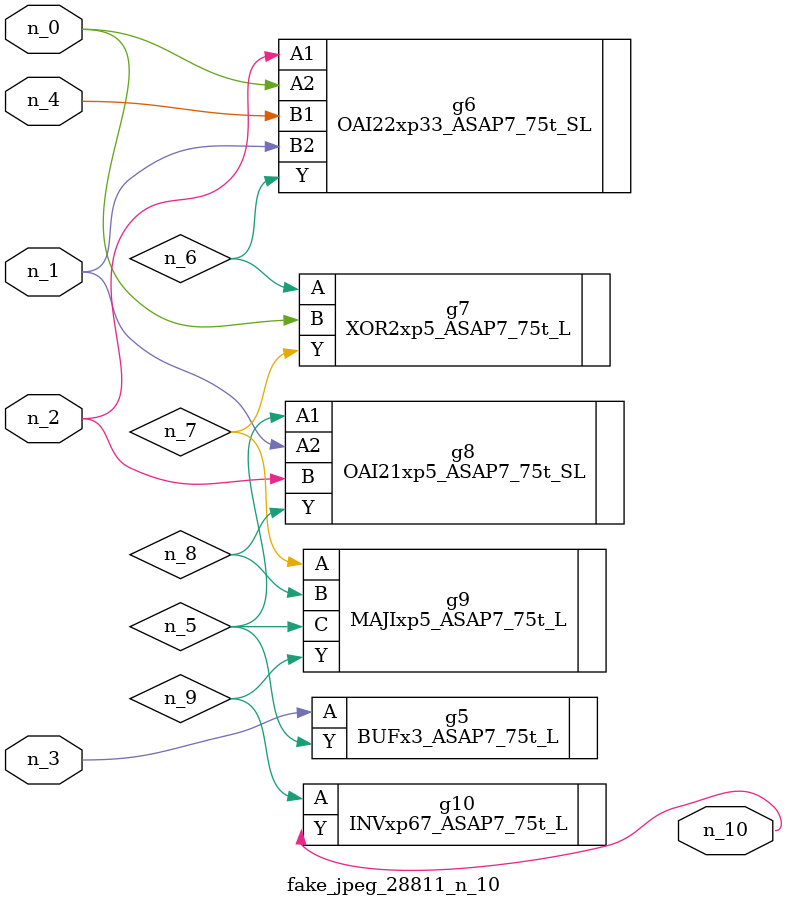
<source format=v>
module fake_jpeg_28811_n_10 (n_3, n_2, n_1, n_0, n_4, n_10);

input n_3;
input n_2;
input n_1;
input n_0;
input n_4;

output n_10;

wire n_8;
wire n_9;
wire n_6;
wire n_5;
wire n_7;

BUFx3_ASAP7_75t_L g5 ( 
.A(n_3),
.Y(n_5)
);

OAI22xp33_ASAP7_75t_SL g6 ( 
.A1(n_2),
.A2(n_0),
.B1(n_4),
.B2(n_1),
.Y(n_6)
);

XOR2xp5_ASAP7_75t_L g7 ( 
.A(n_6),
.B(n_0),
.Y(n_7)
);

MAJIxp5_ASAP7_75t_L g9 ( 
.A(n_7),
.B(n_8),
.C(n_5),
.Y(n_9)
);

OAI21xp5_ASAP7_75t_SL g8 ( 
.A1(n_5),
.A2(n_1),
.B(n_2),
.Y(n_8)
);

INVxp67_ASAP7_75t_L g10 ( 
.A(n_9),
.Y(n_10)
);


endmodule
</source>
